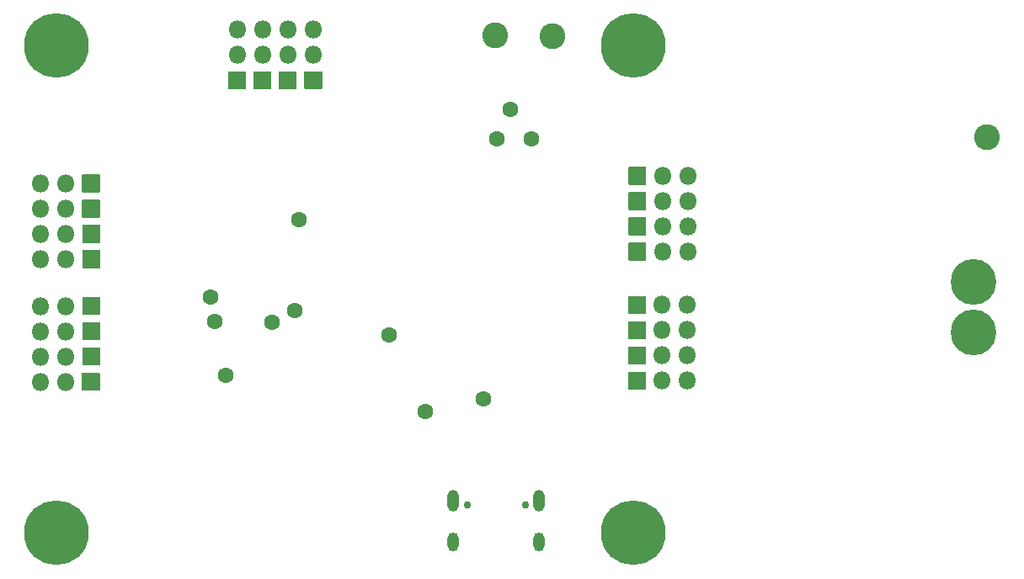
<source format=gbr>
G04 #@! TF.GenerationSoftware,KiCad,Pcbnew,5.1.7-a382d34a8~88~ubuntu18.04.1*
G04 #@! TF.CreationDate,2021-07-04T11:50:14-04:00*
G04 #@! TF.ProjectId,SmallKat v2,536d616c-6c4b-4617-9420-76322e6b6963,rev?*
G04 #@! TF.SameCoordinates,Original*
G04 #@! TF.FileFunction,Soldermask,Bot*
G04 #@! TF.FilePolarity,Negative*
%FSLAX46Y46*%
G04 Gerber Fmt 4.6, Leading zero omitted, Abs format (unit mm)*
G04 Created by KiCad (PCBNEW 5.1.7-a382d34a8~88~ubuntu18.04.1) date 2021-07-04 11:50:14*
%MOMM*%
%LPD*%
G01*
G04 APERTURE LIST*
%ADD10C,1.602000*%
%ADD11C,4.602000*%
%ADD12O,1.802000X1.802000*%
%ADD13C,2.602000*%
%ADD14O,1.102000X2.202000*%
%ADD15O,1.102000X1.902000*%
%ADD16C,0.752000*%
%ADD17C,0.902000*%
%ADD18C,6.502000*%
G04 APERTURE END LIST*
D10*
X96000000Y-102800000D03*
X105070000Y-114420000D03*
X117270000Y-91710000D03*
X115930000Y-94620000D03*
D11*
X163790000Y-109090000D03*
X163790000Y-114090000D03*
D12*
X89800000Y-83670000D03*
X89800000Y-86210000D03*
G36*
G01*
X90701000Y-87900000D02*
X90701000Y-89600000D01*
G75*
G02*
X90650000Y-89651000I-51000J0D01*
G01*
X88950000Y-89651000D01*
G75*
G02*
X88899000Y-89600000I0J51000D01*
G01*
X88899000Y-87900000D01*
G75*
G02*
X88950000Y-87849000I51000J0D01*
G01*
X90650000Y-87849000D01*
G75*
G02*
X90701000Y-87900000I0J-51000D01*
G01*
G37*
X94890000Y-83670000D03*
X94890000Y-86210000D03*
G36*
G01*
X95791000Y-87900000D02*
X95791000Y-89600000D01*
G75*
G02*
X95740000Y-89651000I-51000J0D01*
G01*
X94040000Y-89651000D01*
G75*
G02*
X93989000Y-89600000I0J51000D01*
G01*
X93989000Y-87900000D01*
G75*
G02*
X94040000Y-87849000I51000J0D01*
G01*
X95740000Y-87849000D01*
G75*
G02*
X95791000Y-87900000I0J-51000D01*
G01*
G37*
X92350000Y-83670000D03*
X92350000Y-86210000D03*
G36*
G01*
X93251000Y-87900000D02*
X93251000Y-89600000D01*
G75*
G02*
X93200000Y-89651000I-51000J0D01*
G01*
X91500000Y-89651000D01*
G75*
G02*
X91449000Y-89600000I0J51000D01*
G01*
X91449000Y-87900000D01*
G75*
G02*
X91500000Y-87849000I51000J0D01*
G01*
X93200000Y-87849000D01*
G75*
G02*
X93251000Y-87900000I0J-51000D01*
G01*
G37*
X97450000Y-83670000D03*
X97450000Y-86210000D03*
G36*
G01*
X98351000Y-87900000D02*
X98351000Y-89600000D01*
G75*
G02*
X98300000Y-89651000I-51000J0D01*
G01*
X96600000Y-89651000D01*
G75*
G02*
X96549000Y-89600000I0J51000D01*
G01*
X96549000Y-87900000D01*
G75*
G02*
X96600000Y-87849000I51000J0D01*
G01*
X98300000Y-87849000D01*
G75*
G02*
X98351000Y-87900000I0J-51000D01*
G01*
G37*
D10*
X114570000Y-120860000D03*
X108710000Y-122070000D03*
X95550000Y-111900000D03*
X93300000Y-113150000D03*
D13*
X121500000Y-84300000D03*
X165180000Y-94500000D03*
D10*
X119390000Y-94690000D03*
D13*
X115750000Y-84250000D03*
D10*
X87550000Y-113050000D03*
X87150000Y-110550000D03*
X88660000Y-118430000D03*
D14*
X111530000Y-131025000D03*
X120170000Y-131025000D03*
D15*
X111530000Y-135175000D03*
X120175000Y-135175000D03*
D16*
X118740000Y-131525000D03*
X112960000Y-131525000D03*
G36*
G01*
X130872800Y-99289800D02*
X129172800Y-99289800D01*
G75*
G02*
X129121800Y-99238800I0J51000D01*
G01*
X129121800Y-97538800D01*
G75*
G02*
X129172800Y-97487800I51000J0D01*
G01*
X130872800Y-97487800D01*
G75*
G02*
X130923800Y-97538800I0J-51000D01*
G01*
X130923800Y-99238800D01*
G75*
G02*
X130872800Y-99289800I-51000J0D01*
G01*
G37*
D12*
X132562800Y-98388800D03*
X135102800Y-98388800D03*
X70001400Y-119106400D03*
X72541400Y-119106400D03*
G36*
G01*
X74231400Y-118205400D02*
X75931400Y-118205400D01*
G75*
G02*
X75982400Y-118256400I0J-51000D01*
G01*
X75982400Y-119956400D01*
G75*
G02*
X75931400Y-120007400I-51000J0D01*
G01*
X74231400Y-120007400D01*
G75*
G02*
X74180400Y-119956400I0J51000D01*
G01*
X74180400Y-118256400D01*
G75*
G02*
X74231400Y-118205400I51000J0D01*
G01*
G37*
G36*
G01*
X130872800Y-101829800D02*
X129172800Y-101829800D01*
G75*
G02*
X129121800Y-101778800I0J51000D01*
G01*
X129121800Y-100078800D01*
G75*
G02*
X129172800Y-100027800I51000J0D01*
G01*
X130872800Y-100027800D01*
G75*
G02*
X130923800Y-100078800I0J-51000D01*
G01*
X130923800Y-101778800D01*
G75*
G02*
X130872800Y-101829800I-51000J0D01*
G01*
G37*
X132562800Y-100928800D03*
X135102800Y-100928800D03*
X70041400Y-116566400D03*
X72581400Y-116566400D03*
G36*
G01*
X74271400Y-115665400D02*
X75971400Y-115665400D01*
G75*
G02*
X76022400Y-115716400I0J-51000D01*
G01*
X76022400Y-117416400D01*
G75*
G02*
X75971400Y-117467400I-51000J0D01*
G01*
X74271400Y-117467400D01*
G75*
G02*
X74220400Y-117416400I0J51000D01*
G01*
X74220400Y-115716400D01*
G75*
G02*
X74271400Y-115665400I51000J0D01*
G01*
G37*
G36*
G01*
X130872800Y-104369800D02*
X129172800Y-104369800D01*
G75*
G02*
X129121800Y-104318800I0J51000D01*
G01*
X129121800Y-102618800D01*
G75*
G02*
X129172800Y-102567800I51000J0D01*
G01*
X130872800Y-102567800D01*
G75*
G02*
X130923800Y-102618800I0J-51000D01*
G01*
X130923800Y-104318800D01*
G75*
G02*
X130872800Y-104369800I-51000J0D01*
G01*
G37*
X132562800Y-103468800D03*
X135102800Y-103468800D03*
X70041400Y-114026400D03*
X72581400Y-114026400D03*
G36*
G01*
X74271400Y-113125400D02*
X75971400Y-113125400D01*
G75*
G02*
X76022400Y-113176400I0J-51000D01*
G01*
X76022400Y-114876400D01*
G75*
G02*
X75971400Y-114927400I-51000J0D01*
G01*
X74271400Y-114927400D01*
G75*
G02*
X74220400Y-114876400I0J51000D01*
G01*
X74220400Y-113176400D01*
G75*
G02*
X74271400Y-113125400I51000J0D01*
G01*
G37*
G36*
G01*
X130872800Y-106909800D02*
X129172800Y-106909800D01*
G75*
G02*
X129121800Y-106858800I0J51000D01*
G01*
X129121800Y-105158800D01*
G75*
G02*
X129172800Y-105107800I51000J0D01*
G01*
X130872800Y-105107800D01*
G75*
G02*
X130923800Y-105158800I0J-51000D01*
G01*
X130923800Y-106858800D01*
G75*
G02*
X130872800Y-106909800I-51000J0D01*
G01*
G37*
X132562800Y-106008800D03*
X135102800Y-106008800D03*
X70041400Y-111486400D03*
X72581400Y-111486400D03*
G36*
G01*
X74271400Y-110585400D02*
X75971400Y-110585400D01*
G75*
G02*
X76022400Y-110636400I0J-51000D01*
G01*
X76022400Y-112336400D01*
G75*
G02*
X75971400Y-112387400I-51000J0D01*
G01*
X74271400Y-112387400D01*
G75*
G02*
X74220400Y-112336400I0J51000D01*
G01*
X74220400Y-110636400D01*
G75*
G02*
X74271400Y-110585400I51000J0D01*
G01*
G37*
G36*
G01*
X130843600Y-112275800D02*
X129143600Y-112275800D01*
G75*
G02*
X129092600Y-112224800I0J51000D01*
G01*
X129092600Y-110524800D01*
G75*
G02*
X129143600Y-110473800I51000J0D01*
G01*
X130843600Y-110473800D01*
G75*
G02*
X130894600Y-110524800I0J-51000D01*
G01*
X130894600Y-112224800D01*
G75*
G02*
X130843600Y-112275800I-51000J0D01*
G01*
G37*
X132533600Y-111374800D03*
X135073600Y-111374800D03*
X70042700Y-106762000D03*
X72582700Y-106762000D03*
G36*
G01*
X74272700Y-105861000D02*
X75972700Y-105861000D01*
G75*
G02*
X76023700Y-105912000I0J-51000D01*
G01*
X76023700Y-107612000D01*
G75*
G02*
X75972700Y-107663000I-51000J0D01*
G01*
X74272700Y-107663000D01*
G75*
G02*
X74221700Y-107612000I0J51000D01*
G01*
X74221700Y-105912000D01*
G75*
G02*
X74272700Y-105861000I51000J0D01*
G01*
G37*
G36*
G01*
X130843600Y-114815800D02*
X129143600Y-114815800D01*
G75*
G02*
X129092600Y-114764800I0J51000D01*
G01*
X129092600Y-113064800D01*
G75*
G02*
X129143600Y-113013800I51000J0D01*
G01*
X130843600Y-113013800D01*
G75*
G02*
X130894600Y-113064800I0J-51000D01*
G01*
X130894600Y-114764800D01*
G75*
G02*
X130843600Y-114815800I-51000J0D01*
G01*
G37*
X132533600Y-113914800D03*
X135073600Y-113914800D03*
X70042700Y-104222000D03*
X72582700Y-104222000D03*
G36*
G01*
X74272700Y-103321000D02*
X75972700Y-103321000D01*
G75*
G02*
X76023700Y-103372000I0J-51000D01*
G01*
X76023700Y-105072000D01*
G75*
G02*
X75972700Y-105123000I-51000J0D01*
G01*
X74272700Y-105123000D01*
G75*
G02*
X74221700Y-105072000I0J51000D01*
G01*
X74221700Y-103372000D01*
G75*
G02*
X74272700Y-103321000I51000J0D01*
G01*
G37*
G36*
G01*
X130843600Y-117355800D02*
X129143600Y-117355800D01*
G75*
G02*
X129092600Y-117304800I0J51000D01*
G01*
X129092600Y-115604800D01*
G75*
G02*
X129143600Y-115553800I51000J0D01*
G01*
X130843600Y-115553800D01*
G75*
G02*
X130894600Y-115604800I0J-51000D01*
G01*
X130894600Y-117304800D01*
G75*
G02*
X130843600Y-117355800I-51000J0D01*
G01*
G37*
X132533600Y-116454800D03*
X135073600Y-116454800D03*
X70017700Y-101682000D03*
X72557700Y-101682000D03*
G36*
G01*
X74247700Y-100781000D02*
X75947700Y-100781000D01*
G75*
G02*
X75998700Y-100832000I0J-51000D01*
G01*
X75998700Y-102532000D01*
G75*
G02*
X75947700Y-102583000I-51000J0D01*
G01*
X74247700Y-102583000D01*
G75*
G02*
X74196700Y-102532000I0J51000D01*
G01*
X74196700Y-100832000D01*
G75*
G02*
X74247700Y-100781000I51000J0D01*
G01*
G37*
G36*
G01*
X130843600Y-119895800D02*
X129143600Y-119895800D01*
G75*
G02*
X129092600Y-119844800I0J51000D01*
G01*
X129092600Y-118144800D01*
G75*
G02*
X129143600Y-118093800I51000J0D01*
G01*
X130843600Y-118093800D01*
G75*
G02*
X130894600Y-118144800I0J-51000D01*
G01*
X130894600Y-119844800D01*
G75*
G02*
X130843600Y-119895800I-51000J0D01*
G01*
G37*
X132533600Y-118994800D03*
X135073600Y-118994800D03*
X70017700Y-99142000D03*
X72557700Y-99142000D03*
G36*
G01*
X74247700Y-98241000D02*
X75947700Y-98241000D01*
G75*
G02*
X75998700Y-98292000I0J-51000D01*
G01*
X75998700Y-99992000D01*
G75*
G02*
X75947700Y-100043000I-51000J0D01*
G01*
X74247700Y-100043000D01*
G75*
G02*
X74196700Y-99992000I0J51000D01*
G01*
X74196700Y-98292000D01*
G75*
G02*
X74247700Y-98241000I51000J0D01*
G01*
G37*
D17*
X73347056Y-83602944D03*
X71650000Y-82900000D03*
X69952944Y-83602944D03*
X69250000Y-85300000D03*
X69952944Y-86997056D03*
X71650000Y-87700000D03*
X73347056Y-86997056D03*
X74050000Y-85300000D03*
D18*
X71650000Y-85300000D03*
D17*
X131347056Y-83602944D03*
X129650000Y-82900000D03*
X127952944Y-83602944D03*
X127250000Y-85300000D03*
X127952944Y-86997056D03*
X129650000Y-87700000D03*
X131347056Y-86997056D03*
X132050000Y-85300000D03*
D18*
X129650000Y-85300000D03*
D17*
X131347056Y-132602944D03*
X129650000Y-131900000D03*
X127952944Y-132602944D03*
X127250000Y-134300000D03*
X127952944Y-135997056D03*
X129650000Y-136700000D03*
X131347056Y-135997056D03*
X132050000Y-134300000D03*
D18*
X129650000Y-134300000D03*
D17*
X73347056Y-132602944D03*
X71650000Y-131900000D03*
X69952944Y-132602944D03*
X69250000Y-134300000D03*
X69952944Y-135997056D03*
X71650000Y-136700000D03*
X73347056Y-135997056D03*
X74050000Y-134300000D03*
D18*
X71650000Y-134300000D03*
M02*

</source>
